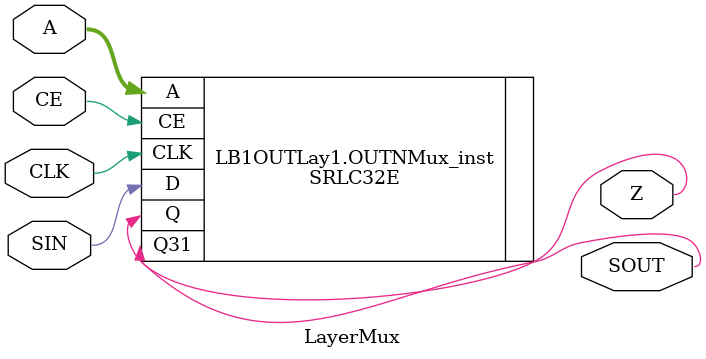
<source format=v>
module LayerMux(A, CE, CLK, SIN, Z, SOUT);

parameter N = 5;

input [N-1:0] A;
input CE;
input CLK;
input SIN;
output Z;
output SOUT;

generate
	if (N<6) begin: LB1OUTLay1
		SRLC32E #( .INIT(32'h00000000) ) OUTNMux_inst (
			.A(A),
			.CE(CE),
			.CLK(CLK),
			.D(SIN),
			.Q(Z),
			.Q31(SOUT)
		);
	end
	else if (N<26) begin: LB1OUTLay2
		LayerMux2 # (.N(N)) LB1OUTMux_inst (
			.A(A),
			.CE(CE),
			.CLK(CLK),
			.SIN(SIN),
			.Z(Z),
			.SOUT(SOUT)
		);
	end
	else begin: LB1OUTLay3
		LayerMux3 # (.N(N)) LB1OUTMux_inst (
			.A(A),
			.CE(CE),
			.CLK(CLK),
			.SIN(SIN),
			.Z(Z),
			.SOUT(SOUT)
		);
	end
endgenerate


endmodule


</source>
